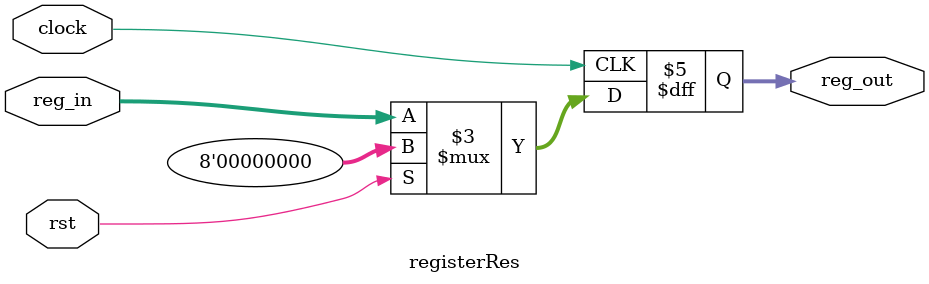
<source format=v>
module registerRes #(parameter W=8) (clock, rst, reg_in, reg_out);

	input clock, rst;
	input [W-1:0] reg_in;
	output reg [W-1:0] reg_out;

	always @(posedge clock)
	begin
		if (rst) 
		begin
			reg_out <= 0;
		end 
		else 
		begin
			reg_out <= reg_in;
		end
	end

endmodule
</source>
